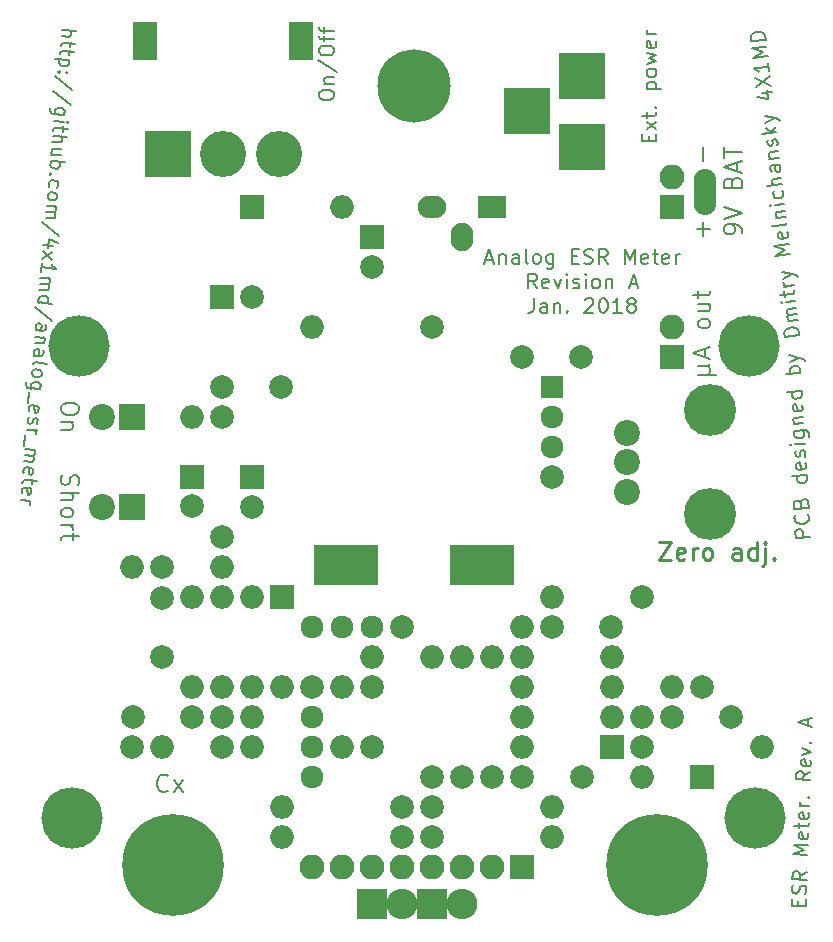
<source format=gbr>
G04 #@! TF.FileFunction,Soldermask,Top*
%FSLAX46Y46*%
G04 Gerber Fmt 4.6, Leading zero omitted, Abs format (unit mm)*
G04 Created by KiCad (PCBNEW 4.0.7-e2-6376~58~ubuntu16.04.1) date Mon Jan 29 21:47:02 2018*
%MOMM*%
%LPD*%
G01*
G04 APERTURE LIST*
%ADD10C,0.100000*%
%ADD11C,0.200000*%
%ADD12C,0.250000*%
%ADD13C,2.000000*%
%ADD14O,2.000000X2.000000*%
%ADD15C,1.924000*%
%ADD16C,5.200000*%
%ADD17C,2.200000*%
%ADD18O,4.400000X4.400000*%
%ADD19R,2.000000X2.000000*%
%ADD20R,2.100000X2.100000*%
%ADD21O,2.100000X2.100000*%
%ADD22O,1.900000X2.400000*%
%ADD23R,2.400000X1.900000*%
%ADD24O,2.400000X1.900000*%
%ADD25C,1.920000*%
%ADD26R,1.920000X1.920000*%
%ADD27C,6.200000*%
%ADD28C,8.600000*%
%ADD29R,2.000000X3.250000*%
%ADD30R,3.900000X3.900000*%
%ADD31C,3.900000*%
%ADD32R,2.200000X2.200000*%
%ADD33R,5.400000X3.400000*%
%ADD34R,2.600000X2.600000*%
%ADD35O,2.600000X2.600000*%
%ADD36O,1.900000X3.900000*%
G04 APERTURE END LIST*
D10*
D11*
X123607304Y-48551869D02*
X124802737Y-48656456D01*
X123562481Y-49064198D02*
X124188660Y-49118982D01*
X124307491Y-49072017D01*
X124374378Y-48963146D01*
X124389318Y-48792371D01*
X124342354Y-48673539D01*
X124290408Y-48611633D01*
X124324574Y-49532401D02*
X124284732Y-49987804D01*
X124708111Y-49738039D02*
X123683453Y-49648393D01*
X123564623Y-49695358D01*
X123497737Y-49804229D01*
X123487776Y-49918080D01*
X124264810Y-50215505D02*
X124224968Y-50670909D01*
X124648347Y-50421143D02*
X123623689Y-50331497D01*
X123504859Y-50378462D01*
X123437973Y-50487333D01*
X123428012Y-50601184D01*
X124190105Y-51069386D02*
X122994672Y-50964799D01*
X124133180Y-51064405D02*
X124180145Y-51183237D01*
X124160224Y-51410938D01*
X124093337Y-51519809D01*
X124031431Y-51571754D01*
X123912600Y-51618719D01*
X123571048Y-51588837D01*
X123462178Y-51521951D01*
X123410233Y-51460045D01*
X123363268Y-51341214D01*
X123383189Y-51113512D01*
X123450075Y-51004642D01*
X123412375Y-52091204D02*
X123350469Y-52143150D01*
X123298524Y-52081244D01*
X123360429Y-52029299D01*
X123412375Y-52091204D01*
X123298524Y-52081244D01*
X124038554Y-52145988D02*
X123976648Y-52197933D01*
X123924703Y-52136027D01*
X123986609Y-52084082D01*
X124038554Y-52145988D01*
X123924703Y-52136027D01*
X124426374Y-53613947D02*
X122979034Y-52454821D01*
X124316807Y-54866306D02*
X122869467Y-53707180D01*
X123781719Y-55737270D02*
X122813986Y-55652605D01*
X122705116Y-55585718D01*
X122653171Y-55523813D01*
X122606206Y-55404982D01*
X122621147Y-55234205D01*
X122688033Y-55125335D01*
X123041688Y-55672526D02*
X122994723Y-55553695D01*
X123014645Y-55325993D01*
X123081531Y-55217123D01*
X123143437Y-55165177D01*
X123262267Y-55118212D01*
X123603820Y-55148094D01*
X123712690Y-55214981D01*
X123764636Y-55276886D01*
X123811600Y-55395718D01*
X123791679Y-55623419D01*
X123724793Y-55732290D01*
X122934960Y-56236799D02*
X123731915Y-56306524D01*
X124130393Y-56341386D02*
X124078448Y-56279480D01*
X124016542Y-56331425D01*
X124068487Y-56393331D01*
X124130393Y-56341386D01*
X124016542Y-56331425D01*
X123697053Y-56705003D02*
X123657210Y-57160406D01*
X124080590Y-56910641D02*
X123055932Y-56820995D01*
X122937101Y-56867960D01*
X122870215Y-56976830D01*
X122860254Y-57090681D01*
X122825392Y-57489158D02*
X124020826Y-57593745D01*
X122780569Y-58001487D02*
X123406748Y-58056271D01*
X123525580Y-58009306D01*
X123592466Y-57900435D01*
X123607407Y-57729660D01*
X123560442Y-57610828D01*
X123508497Y-57548922D01*
X123482899Y-59152794D02*
X122685943Y-59083070D01*
X123527722Y-58640466D02*
X122901542Y-58585682D01*
X122782711Y-58632647D01*
X122715825Y-58741518D01*
X122700884Y-58912293D01*
X122747849Y-59031125D01*
X122799794Y-59093031D01*
X122636140Y-59652323D02*
X123831574Y-59756910D01*
X123376170Y-59717068D02*
X123423135Y-59835899D01*
X123403214Y-60063600D01*
X123336327Y-60172471D01*
X123274422Y-60224416D01*
X123155590Y-60271381D01*
X122814038Y-60241499D01*
X122705168Y-60174613D01*
X122653223Y-60112707D01*
X122606258Y-59993876D01*
X122626179Y-59766175D01*
X122693065Y-59657304D01*
X122655365Y-60743867D02*
X122593459Y-60795812D01*
X122541514Y-60733906D01*
X122603420Y-60681961D01*
X122655365Y-60743867D01*
X122541514Y-60733906D01*
X122503813Y-61820470D02*
X122456848Y-61701638D01*
X122476769Y-61473937D01*
X122543656Y-61365066D01*
X122605561Y-61313121D01*
X122724392Y-61266156D01*
X123065944Y-61296038D01*
X123174815Y-61362924D01*
X123226760Y-61424830D01*
X123273725Y-61543662D01*
X123253804Y-61771363D01*
X123186918Y-61880234D01*
X122387123Y-62498594D02*
X122454010Y-62389723D01*
X122515916Y-62337778D01*
X122634746Y-62290813D01*
X122976298Y-62320695D01*
X123085169Y-62387581D01*
X123137114Y-62449487D01*
X123184079Y-62568319D01*
X123169138Y-62739094D01*
X123102252Y-62847965D01*
X123040346Y-62899910D01*
X122921515Y-62946875D01*
X122579962Y-62916993D01*
X122471093Y-62850107D01*
X122419147Y-62788201D01*
X122372183Y-62669370D01*
X122387123Y-62498594D01*
X122307438Y-63409400D02*
X123104394Y-63479125D01*
X122990543Y-63469164D02*
X123042488Y-63531070D01*
X123089453Y-63649901D01*
X123074512Y-63820677D01*
X123007626Y-63929548D01*
X122888794Y-63976513D01*
X122262615Y-63921729D01*
X122888794Y-63976513D02*
X122997665Y-64043399D01*
X123044630Y-64162230D01*
X123029689Y-64333006D01*
X122962803Y-64441877D01*
X122843971Y-64488842D01*
X122217792Y-64434058D01*
X123345643Y-65966760D02*
X121898303Y-64807634D01*
X122810555Y-66837724D02*
X122013599Y-66768000D01*
X123290860Y-66592940D02*
X122461880Y-66233607D01*
X122397136Y-66973639D01*
X121968776Y-67280329D02*
X122710948Y-67976232D01*
X122765732Y-67350053D02*
X121913992Y-67906508D01*
X121819366Y-68988091D02*
X121879130Y-68304986D01*
X121849248Y-68646539D02*
X123044682Y-68751126D01*
X122883866Y-68622334D01*
X122779976Y-68498522D01*
X122733011Y-68379691D01*
X121774543Y-69500419D02*
X122571499Y-69570144D01*
X122457648Y-69560183D02*
X122509593Y-69622089D01*
X122556558Y-69740921D01*
X122541617Y-69911696D01*
X122474731Y-70020567D01*
X122355899Y-70067532D01*
X121729720Y-70012748D01*
X122355899Y-70067532D02*
X122464770Y-70134418D01*
X122511735Y-70253250D01*
X122496794Y-70424025D01*
X122429908Y-70532896D01*
X122311076Y-70579861D01*
X121684897Y-70525077D01*
X121590271Y-71606660D02*
X122785705Y-71711247D01*
X121647197Y-71611640D02*
X121600232Y-71492809D01*
X121620153Y-71265107D01*
X121687039Y-71156237D01*
X121748945Y-71104292D01*
X121867775Y-71057327D01*
X122209328Y-71087209D01*
X122318199Y-71154095D01*
X122370144Y-71216001D01*
X122417109Y-71334832D01*
X122397187Y-71562533D01*
X122330301Y-71671404D01*
X122718122Y-73139362D02*
X121270782Y-71980236D01*
X121386078Y-73940602D02*
X122012257Y-73995385D01*
X122131088Y-73948420D01*
X122197974Y-73839549D01*
X122217896Y-73611848D01*
X122170931Y-73493017D01*
X121443003Y-73945582D02*
X121396038Y-73826750D01*
X121420940Y-73542124D01*
X121487826Y-73433253D01*
X121606656Y-73386288D01*
X121720508Y-73396249D01*
X121829378Y-73463135D01*
X121876343Y-73581966D01*
X121851442Y-73866593D01*
X121898406Y-73985425D01*
X122133230Y-74579580D02*
X121336274Y-74509855D01*
X122019379Y-74569619D02*
X122071324Y-74631525D01*
X122118289Y-74750356D01*
X122103348Y-74921132D01*
X122036462Y-75030003D01*
X121917630Y-75076968D01*
X121291451Y-75022184D01*
X121196825Y-76103767D02*
X121823004Y-76158550D01*
X121941836Y-76111585D01*
X122008722Y-76002715D01*
X122028643Y-75775013D01*
X121981678Y-75656182D01*
X121253751Y-76108747D02*
X121206786Y-75989915D01*
X121231687Y-75705289D01*
X121298574Y-75596418D01*
X121417404Y-75549453D01*
X121531255Y-75559414D01*
X121640126Y-75626300D01*
X121687091Y-75745131D01*
X121662189Y-76029758D01*
X121709154Y-76148590D01*
X121132081Y-76843797D02*
X121198967Y-76734926D01*
X121317798Y-76687961D01*
X122342455Y-76777607D01*
X121077297Y-77469976D02*
X121144183Y-77361105D01*
X121206089Y-77309160D01*
X121324920Y-77262195D01*
X121666472Y-77292077D01*
X121775343Y-77358963D01*
X121827288Y-77420869D01*
X121874253Y-77539700D01*
X121859312Y-77710476D01*
X121792426Y-77819347D01*
X121730520Y-77871292D01*
X121611689Y-77918257D01*
X121270136Y-77888375D01*
X121161266Y-77821489D01*
X121109321Y-77759583D01*
X121062356Y-77640752D01*
X121077297Y-77469976D01*
X121749745Y-78962835D02*
X120782012Y-78878170D01*
X120673143Y-78811284D01*
X120621197Y-78749378D01*
X120574232Y-78630547D01*
X120589174Y-78459771D01*
X120656060Y-78350900D01*
X121009715Y-78898091D02*
X120962750Y-78779260D01*
X120982671Y-78551558D01*
X121049557Y-78442688D01*
X121111463Y-78390742D01*
X121230294Y-78343777D01*
X121571846Y-78373659D01*
X121680717Y-78440546D01*
X121732662Y-78502452D01*
X121779627Y-78621283D01*
X121759706Y-78848984D01*
X121692819Y-78957855D01*
X120814036Y-79167777D02*
X120734351Y-80078584D01*
X120840384Y-80833555D02*
X120793419Y-80714723D01*
X120813340Y-80487022D01*
X120880226Y-80378152D01*
X120999057Y-80331187D01*
X121454460Y-80371029D01*
X121563331Y-80437915D01*
X121610296Y-80556747D01*
X121590374Y-80784448D01*
X121523488Y-80893319D01*
X121404657Y-80940284D01*
X121290807Y-80930323D01*
X121226759Y-80351108D01*
X120795561Y-81345883D02*
X120728674Y-81454754D01*
X120708753Y-81682456D01*
X120755718Y-81801286D01*
X120864588Y-81868173D01*
X120921513Y-81873153D01*
X121040345Y-81826188D01*
X121107231Y-81717318D01*
X121122172Y-81546542D01*
X121189058Y-81437671D01*
X121307889Y-81390706D01*
X121364814Y-81395686D01*
X121473685Y-81462572D01*
X121520650Y-81581404D01*
X121505709Y-81752181D01*
X121438823Y-81861050D01*
X120648989Y-82365561D02*
X121445945Y-82435285D01*
X121218243Y-82415364D02*
X121327113Y-82482250D01*
X121379059Y-82544156D01*
X121426024Y-82662987D01*
X121416063Y-82776837D01*
X120495295Y-82811003D02*
X120415610Y-83721810D01*
X120504560Y-84016398D02*
X121301515Y-84086122D01*
X121187664Y-84076162D02*
X121239609Y-84138067D01*
X121286574Y-84256899D01*
X121271633Y-84427675D01*
X121204747Y-84536545D01*
X121085916Y-84583510D01*
X120459737Y-84528727D01*
X121085916Y-84583510D02*
X121194786Y-84650396D01*
X121241751Y-84769228D01*
X121226810Y-84940004D01*
X121159924Y-85048874D01*
X121041093Y-85095839D01*
X120414914Y-85041056D01*
X120382193Y-86070693D02*
X120335228Y-85951861D01*
X120355150Y-85724160D01*
X120422036Y-85615289D01*
X120540866Y-85568325D01*
X120996270Y-85608167D01*
X121105141Y-85675053D01*
X121152105Y-85793885D01*
X121132184Y-86021586D01*
X121065298Y-86130457D01*
X120946467Y-86177422D01*
X120832616Y-86167461D01*
X120768569Y-85588246D01*
X121087361Y-86533915D02*
X121047519Y-86989318D01*
X121470898Y-86739553D02*
X120446240Y-86649907D01*
X120327410Y-86696872D01*
X120260523Y-86805743D01*
X120250563Y-86919594D01*
X120232784Y-87778455D02*
X120185819Y-87659623D01*
X120205740Y-87431922D01*
X120272626Y-87323051D01*
X120391457Y-87276086D01*
X120846860Y-87315929D01*
X120955731Y-87382815D01*
X121002696Y-87501646D01*
X120982774Y-87729348D01*
X120915888Y-87838218D01*
X120797057Y-87885183D01*
X120683207Y-87875223D01*
X120619159Y-87296008D01*
X120126055Y-88342728D02*
X120923010Y-88412452D01*
X120695308Y-88392531D02*
X120804179Y-88459417D01*
X120856124Y-88521323D01*
X120903089Y-88640155D01*
X120893129Y-88754005D01*
X186963004Y-91479434D02*
X185715335Y-91555745D01*
X185686264Y-91080442D01*
X185738410Y-90957983D01*
X185794189Y-90894936D01*
X185909380Y-90828256D01*
X186087619Y-90817354D01*
X186210078Y-90869499D01*
X186273125Y-90925278D01*
X186339805Y-91040470D01*
X186368876Y-91515772D01*
X186724262Y-89526079D02*
X186787308Y-89581859D01*
X186857622Y-89756463D01*
X186864890Y-89875289D01*
X186816379Y-90057161D01*
X186704821Y-90183254D01*
X186589629Y-90249935D01*
X186355612Y-90323883D01*
X186177373Y-90334785D01*
X185936088Y-90289907D01*
X185813630Y-90237762D01*
X185687536Y-90126204D01*
X185617222Y-89951599D01*
X185609954Y-89832773D01*
X185658465Y-89650902D01*
X185714244Y-89587855D01*
X186131405Y-88608179D02*
X186179916Y-88426308D01*
X186235695Y-88363261D01*
X186350887Y-88296580D01*
X186529125Y-88285679D01*
X186651585Y-88337824D01*
X186714631Y-88393603D01*
X186781312Y-88508794D01*
X186810382Y-88984097D01*
X185562714Y-89060408D01*
X185537277Y-88644518D01*
X185589422Y-88522059D01*
X185645201Y-88459012D01*
X185760393Y-88392332D01*
X185879218Y-88385064D01*
X186001678Y-88437209D01*
X186064724Y-88492988D01*
X186131405Y-88608179D01*
X186156842Y-89024069D01*
X186643226Y-86251109D02*
X185395557Y-86327420D01*
X186583813Y-86254743D02*
X186650493Y-86369934D01*
X186665029Y-86607586D01*
X186612883Y-86730045D01*
X186557105Y-86793091D01*
X186441913Y-86859772D01*
X186085436Y-86881575D01*
X185962977Y-86829430D01*
X185899931Y-86773651D01*
X185833250Y-86658460D01*
X185818715Y-86420808D01*
X185870860Y-86298349D01*
X186518404Y-85185312D02*
X186585084Y-85300504D01*
X186599620Y-85538155D01*
X186547474Y-85660615D01*
X186432283Y-85727296D01*
X185956980Y-85756367D01*
X185834522Y-85704221D01*
X185767841Y-85589029D01*
X185753306Y-85351378D01*
X185805451Y-85228918D01*
X185920642Y-85162239D01*
X186039468Y-85154971D01*
X186194632Y-85741831D01*
X186485699Y-84650598D02*
X186537844Y-84528138D01*
X186523309Y-84290487D01*
X186456628Y-84175295D01*
X186334169Y-84123149D01*
X186274756Y-84126783D01*
X186159564Y-84193464D01*
X186107420Y-84315924D01*
X186118322Y-84494162D01*
X186066176Y-84616621D01*
X185950984Y-84683302D01*
X185891571Y-84686936D01*
X185769112Y-84634791D01*
X185702432Y-84519599D01*
X185691530Y-84341361D01*
X185743676Y-84218901D01*
X186479703Y-83577533D02*
X185647924Y-83628407D01*
X185232034Y-83653844D02*
X185295081Y-83709623D01*
X185350860Y-83646576D01*
X185287813Y-83590797D01*
X185232034Y-83653844D01*
X185350860Y-83646576D01*
X185578881Y-82499564D02*
X186588899Y-82437789D01*
X186711357Y-82489933D01*
X186774404Y-82545712D01*
X186841085Y-82660905D01*
X186851987Y-82839142D01*
X186799841Y-82961602D01*
X186351247Y-82452324D02*
X186417927Y-82567516D01*
X186432463Y-82805167D01*
X186380318Y-82927626D01*
X186324539Y-82990673D01*
X186209347Y-83057354D01*
X185852870Y-83079157D01*
X185730411Y-83027011D01*
X185667365Y-82971232D01*
X185600684Y-82856041D01*
X185586149Y-82618389D01*
X185638294Y-82495930D01*
X185542543Y-81905437D02*
X186374321Y-81854563D01*
X185661368Y-81898169D02*
X185598322Y-81842390D01*
X185531641Y-81727199D01*
X185520740Y-81548960D01*
X185572885Y-81426500D01*
X185688076Y-81359820D01*
X186341617Y-81319848D01*
X186216795Y-80254051D02*
X186283475Y-80369243D01*
X186298011Y-80606894D01*
X186245865Y-80729354D01*
X186130674Y-80796035D01*
X185655372Y-80825105D01*
X185532913Y-80772960D01*
X185466232Y-80657768D01*
X185451697Y-80420117D01*
X185503842Y-80297657D01*
X185619033Y-80230978D01*
X185737859Y-80223710D01*
X185893023Y-80810570D01*
X186207165Y-79121575D02*
X184959496Y-79197886D01*
X186147752Y-79125209D02*
X186214432Y-79240400D01*
X186228968Y-79478052D01*
X186176822Y-79600511D01*
X186121044Y-79663557D01*
X186005852Y-79730238D01*
X185649375Y-79752041D01*
X185526916Y-79699896D01*
X185463870Y-79644117D01*
X185397189Y-79528926D01*
X185382654Y-79291274D01*
X185434799Y-79168815D01*
X186112685Y-77576843D02*
X184865016Y-77653153D01*
X185340319Y-77624082D02*
X185273638Y-77508890D01*
X185259103Y-77271239D01*
X185311248Y-77148780D01*
X185367027Y-77085734D01*
X185482219Y-77019053D01*
X185838696Y-76997250D01*
X185961155Y-77049395D01*
X186024201Y-77105174D01*
X186090882Y-77220366D01*
X186105417Y-77458017D01*
X186053272Y-77580476D01*
X185219131Y-76617700D02*
X186032740Y-76269762D01*
X185182792Y-76023571D02*
X186032740Y-76269762D01*
X186337072Y-76370418D01*
X186400119Y-76426197D01*
X186466799Y-76541389D01*
X186024049Y-74364622D02*
X184782084Y-74506126D01*
X184748393Y-74210420D01*
X184787319Y-74026258D01*
X184892126Y-73894499D01*
X185003669Y-73821882D01*
X185233495Y-73735787D01*
X185410919Y-73715572D01*
X185654222Y-73747760D01*
X185779243Y-73793425D01*
X185911001Y-73898230D01*
X185990358Y-74068916D01*
X186024049Y-74364622D01*
X185882545Y-73122657D02*
X185054569Y-73216993D01*
X185172851Y-73203517D02*
X185106972Y-73151114D01*
X185034354Y-73039570D01*
X185014139Y-72862146D01*
X185059804Y-72737125D01*
X185171347Y-72664508D01*
X185821901Y-72590387D01*
X185171347Y-72664508D02*
X185046327Y-72618843D01*
X184973709Y-72507299D01*
X184953495Y-72329876D01*
X184999159Y-72204855D01*
X185110703Y-72132237D01*
X185761256Y-72058116D01*
X185693873Y-71466704D02*
X184865897Y-71561040D01*
X184451908Y-71608208D02*
X184517788Y-71660611D01*
X184570191Y-71594731D01*
X184504311Y-71542328D01*
X184451908Y-71608208D01*
X184570191Y-71594731D01*
X184818729Y-71147051D02*
X184764823Y-70673922D01*
X184384525Y-71016796D02*
X185449067Y-70895507D01*
X185560611Y-70822889D01*
X185606275Y-70697869D01*
X185592799Y-70579586D01*
X185545631Y-70165598D02*
X184717655Y-70259934D01*
X184954219Y-70232981D02*
X184829198Y-70187316D01*
X184763319Y-70134913D01*
X184690701Y-70023369D01*
X184677225Y-69905086D01*
X184643533Y-69609381D02*
X185437818Y-69219339D01*
X184576150Y-69017968D02*
X185437818Y-69219339D01*
X185747001Y-69303929D01*
X185812880Y-69356332D01*
X185885498Y-69467877D01*
X185242408Y-67504244D02*
X184000443Y-67645748D01*
X184840393Y-67130685D01*
X183906107Y-66817772D01*
X185148072Y-66676268D01*
X184967641Y-65618464D02*
X185040259Y-65730009D01*
X185067212Y-65966573D01*
X185021548Y-66091594D01*
X184910004Y-66164212D01*
X184436874Y-66218119D01*
X184311854Y-66172454D01*
X184239236Y-66060909D01*
X184212283Y-65824345D01*
X184257948Y-65699324D01*
X184369491Y-65626707D01*
X184487774Y-65613230D01*
X184673440Y-66191165D01*
X184939185Y-64842891D02*
X184893520Y-64967911D01*
X184781977Y-65040529D01*
X183717435Y-65161818D01*
X184057302Y-64464097D02*
X184885279Y-64369761D01*
X184175584Y-64450621D02*
X184109705Y-64398217D01*
X184037088Y-64286674D01*
X184016873Y-64109250D01*
X184062537Y-63984229D01*
X184174081Y-63911612D01*
X184824634Y-63837491D01*
X184757251Y-63246079D02*
X183929275Y-63340415D01*
X183515286Y-63387583D02*
X183581166Y-63439986D01*
X183633569Y-63374107D01*
X183567689Y-63321703D01*
X183515286Y-63387583D01*
X183633569Y-63374107D01*
X184570082Y-62129135D02*
X184642700Y-62240679D01*
X184669654Y-62477244D01*
X184623989Y-62602264D01*
X184571587Y-62668144D01*
X184460042Y-62740762D01*
X184105195Y-62781192D01*
X183980174Y-62735527D01*
X183914295Y-62683124D01*
X183841677Y-62571580D01*
X183814724Y-62335015D01*
X183860389Y-62209995D01*
X184568579Y-61590126D02*
X183326614Y-61731630D01*
X184507935Y-61057855D02*
X183857381Y-61131976D01*
X183745838Y-61204593D01*
X183700173Y-61329614D01*
X183720388Y-61507039D01*
X183793006Y-61618582D01*
X183858885Y-61670985D01*
X184379907Y-59934173D02*
X183729354Y-60008294D01*
X183617811Y-60080911D01*
X183572146Y-60205932D01*
X183599099Y-60442497D01*
X183671717Y-60554041D01*
X184320766Y-59940912D02*
X184393384Y-60052455D01*
X184427075Y-60348161D01*
X184381410Y-60473182D01*
X184269867Y-60545800D01*
X184151584Y-60559276D01*
X184026564Y-60513612D01*
X183953946Y-60402067D01*
X183920255Y-60106361D01*
X183847637Y-59994818D01*
X183484548Y-59437098D02*
X184312524Y-59342762D01*
X183602830Y-59423621D02*
X183536951Y-59371218D01*
X183464333Y-59259674D01*
X183444118Y-59082250D01*
X183489783Y-58957229D01*
X183601327Y-58884612D01*
X184251880Y-58810491D01*
X184132094Y-58284959D02*
X184177759Y-58159938D01*
X184150805Y-57923374D01*
X184078188Y-57811829D01*
X183953167Y-57766164D01*
X183894026Y-57772903D01*
X183782482Y-57845521D01*
X183736818Y-57970542D01*
X183757033Y-58147965D01*
X183711368Y-58272986D01*
X183599824Y-58345604D01*
X183540682Y-58352342D01*
X183415662Y-58306677D01*
X183343044Y-58195133D01*
X183322829Y-58017710D01*
X183368494Y-57892689D01*
X184069946Y-57213679D02*
X182827981Y-57355183D01*
X183583340Y-57149303D02*
X184016040Y-56740549D01*
X183188063Y-56834885D02*
X183715099Y-57254109D01*
X183140896Y-56420898D02*
X183935180Y-56030856D01*
X183073513Y-55829485D02*
X183935180Y-56030856D01*
X184244363Y-56115446D01*
X184310242Y-56167849D01*
X184382860Y-56279393D01*
X182851149Y-53877826D02*
X183679125Y-53783491D01*
X182411711Y-54227439D02*
X183332521Y-54422070D01*
X183244923Y-53653234D01*
X182376516Y-53392724D02*
X183524145Y-52423243D01*
X182282180Y-52564747D02*
X183618481Y-53251220D01*
X183396117Y-51299561D02*
X183476977Y-52009255D01*
X183436547Y-51654408D02*
X182194582Y-51795912D01*
X182385483Y-51893980D01*
X182517241Y-51998785D01*
X182589859Y-52110330D01*
X183335473Y-50767291D02*
X182093508Y-50908795D01*
X182933458Y-50393732D01*
X181999172Y-50080818D01*
X183241137Y-49939314D01*
X183173754Y-49347903D02*
X181931789Y-49489407D01*
X181898098Y-49193701D01*
X181937024Y-49009538D01*
X182041830Y-48877780D01*
X182153374Y-48805162D01*
X182383200Y-48719068D01*
X182560624Y-48698853D01*
X182803927Y-48731041D01*
X182928948Y-48776706D01*
X183060706Y-48881511D01*
X183140063Y-49052197D01*
X183173754Y-49347903D01*
X185932891Y-122685919D02*
X185946851Y-122286163D01*
X186581021Y-122136775D02*
X186561079Y-122707856D01*
X185361810Y-122665976D01*
X185381752Y-122094895D01*
X186539867Y-121677917D02*
X186602958Y-121508587D01*
X186612930Y-121223047D01*
X186559810Y-121106836D01*
X186504696Y-121047734D01*
X186392475Y-120986637D01*
X186278258Y-120982648D01*
X186162048Y-121035768D01*
X186102945Y-121090882D01*
X186041850Y-121203104D01*
X185976764Y-121429542D01*
X185915668Y-121541764D01*
X185856565Y-121596878D01*
X185740355Y-121649997D01*
X185626139Y-121646009D01*
X185513917Y-121584912D01*
X185458803Y-121525810D01*
X185405684Y-121409599D01*
X185415655Y-121124059D01*
X185478746Y-120954729D01*
X186662786Y-119795345D02*
X186077746Y-120175159D01*
X186638855Y-120480642D02*
X185439586Y-120438763D01*
X185455540Y-119981898D01*
X185516637Y-119869676D01*
X185575739Y-119814562D01*
X185691950Y-119761443D01*
X185863273Y-119767425D01*
X185975495Y-119828522D01*
X186030609Y-119887625D01*
X186083729Y-120003835D01*
X186067775Y-120460700D01*
X186712642Y-118367644D02*
X185513373Y-118325765D01*
X186383954Y-117955922D01*
X185541293Y-117526252D01*
X186740562Y-117568132D01*
X186719350Y-116538192D02*
X186772470Y-116654403D01*
X186764493Y-116882834D01*
X186703396Y-116995056D01*
X186587187Y-117048176D01*
X186130322Y-117032222D01*
X186018100Y-116971125D01*
X185964980Y-116854915D01*
X185972957Y-116626483D01*
X186034054Y-116514261D01*
X186150265Y-116461141D01*
X186264480Y-116465130D01*
X186358754Y-117040199D01*
X185990906Y-116112510D02*
X186006860Y-115655646D01*
X185597132Y-115927227D02*
X186625078Y-115963123D01*
X186741287Y-115910004D01*
X186802384Y-115797782D01*
X186806372Y-115683565D01*
X186779178Y-114824951D02*
X186832298Y-114941162D01*
X186824321Y-115169594D01*
X186763224Y-115281816D01*
X186647014Y-115334935D01*
X186190150Y-115318981D01*
X186077928Y-115257885D01*
X186024808Y-115141674D01*
X186032785Y-114913242D01*
X186093882Y-114801020D01*
X186210092Y-114747900D01*
X186324308Y-114751889D01*
X186418582Y-115326958D01*
X186856229Y-114255866D02*
X186056716Y-114227946D01*
X186285149Y-114235923D02*
X186172927Y-114174826D01*
X186117813Y-114115724D01*
X186064693Y-113999513D01*
X186068682Y-113885298D01*
X186767938Y-113509473D02*
X186827040Y-113454359D01*
X186882154Y-113513461D01*
X186823052Y-113568575D01*
X186767938Y-113509473D01*
X186882154Y-113513461D01*
X186957936Y-111343354D02*
X186372896Y-111723168D01*
X186934005Y-112028651D02*
X185734736Y-111986772D01*
X185750690Y-111529907D01*
X185811787Y-111417685D01*
X185870889Y-111362571D01*
X185987100Y-111309451D01*
X186158423Y-111315434D01*
X186270645Y-111376531D01*
X186325759Y-111435633D01*
X186378879Y-111551844D01*
X186362925Y-112008709D01*
X186934730Y-110370523D02*
X186987850Y-110486734D01*
X186979873Y-110715166D01*
X186918776Y-110827388D01*
X186802566Y-110880508D01*
X186345702Y-110864554D01*
X186233480Y-110803457D01*
X186180360Y-110687246D01*
X186188337Y-110458814D01*
X186249434Y-110346592D01*
X186365645Y-110293473D01*
X186479860Y-110297461D01*
X186574134Y-110872531D01*
X186208280Y-109887733D02*
X187017764Y-109630113D01*
X186228222Y-109316654D01*
X186929473Y-108883720D02*
X186988575Y-108828606D01*
X187043689Y-108887709D01*
X186984587Y-108942823D01*
X186929473Y-108883720D01*
X187043689Y-108887709D01*
X186750897Y-107448041D02*
X186770840Y-106876960D01*
X187089557Y-107574222D02*
X185904248Y-107132587D01*
X187117477Y-106774710D01*
X132572143Y-112930714D02*
X132500714Y-113002143D01*
X132286428Y-113073571D01*
X132143571Y-113073571D01*
X131929286Y-113002143D01*
X131786428Y-112859286D01*
X131715000Y-112716429D01*
X131643571Y-112430714D01*
X131643571Y-112216429D01*
X131715000Y-111930714D01*
X131786428Y-111787857D01*
X131929286Y-111645000D01*
X132143571Y-111573571D01*
X132286428Y-111573571D01*
X132500714Y-111645000D01*
X132572143Y-111716429D01*
X133072143Y-113073571D02*
X133857857Y-112073571D01*
X133072143Y-112073571D02*
X133857857Y-113073571D01*
X123598857Y-86221429D02*
X123527429Y-86435715D01*
X123527429Y-86792858D01*
X123598857Y-86935715D01*
X123670286Y-87007144D01*
X123813143Y-87078572D01*
X123956000Y-87078572D01*
X124098857Y-87007144D01*
X124170286Y-86935715D01*
X124241714Y-86792858D01*
X124313143Y-86507144D01*
X124384571Y-86364286D01*
X124456000Y-86292858D01*
X124598857Y-86221429D01*
X124741714Y-86221429D01*
X124884571Y-86292858D01*
X124956000Y-86364286D01*
X125027429Y-86507144D01*
X125027429Y-86864286D01*
X124956000Y-87078572D01*
X123527429Y-87721429D02*
X125027429Y-87721429D01*
X123527429Y-88364286D02*
X124313143Y-88364286D01*
X124456000Y-88292857D01*
X124527429Y-88150000D01*
X124527429Y-87935715D01*
X124456000Y-87792857D01*
X124384571Y-87721429D01*
X123527429Y-89292858D02*
X123598857Y-89150000D01*
X123670286Y-89078572D01*
X123813143Y-89007143D01*
X124241714Y-89007143D01*
X124384571Y-89078572D01*
X124456000Y-89150000D01*
X124527429Y-89292858D01*
X124527429Y-89507143D01*
X124456000Y-89650000D01*
X124384571Y-89721429D01*
X124241714Y-89792858D01*
X123813143Y-89792858D01*
X123670286Y-89721429D01*
X123598857Y-89650000D01*
X123527429Y-89507143D01*
X123527429Y-89292858D01*
X123527429Y-90435715D02*
X124527429Y-90435715D01*
X124241714Y-90435715D02*
X124384571Y-90507143D01*
X124456000Y-90578572D01*
X124527429Y-90721429D01*
X124527429Y-90864286D01*
X124527429Y-91150000D02*
X124527429Y-91721429D01*
X125027429Y-91364286D02*
X123741714Y-91364286D01*
X123598857Y-91435714D01*
X123527429Y-91578572D01*
X123527429Y-91721429D01*
X125027429Y-80458571D02*
X125027429Y-80744285D01*
X124956000Y-80887143D01*
X124813143Y-81030000D01*
X124527429Y-81101428D01*
X124027429Y-81101428D01*
X123741714Y-81030000D01*
X123598857Y-80887143D01*
X123527429Y-80744285D01*
X123527429Y-80458571D01*
X123598857Y-80315714D01*
X123741714Y-80172857D01*
X124027429Y-80101428D01*
X124527429Y-80101428D01*
X124813143Y-80172857D01*
X124956000Y-80315714D01*
X125027429Y-80458571D01*
X124527429Y-81744286D02*
X123527429Y-81744286D01*
X124384571Y-81744286D02*
X124456000Y-81815714D01*
X124527429Y-81958572D01*
X124527429Y-82172857D01*
X124456000Y-82315714D01*
X124313143Y-82387143D01*
X123527429Y-82387143D01*
X177478571Y-77723571D02*
X178978571Y-77723571D01*
X178264286Y-77009285D02*
X178407143Y-76937857D01*
X178478571Y-76795000D01*
X178264286Y-77723571D02*
X178407143Y-77652143D01*
X178478571Y-77509285D01*
X178478571Y-77223571D01*
X178407143Y-77080714D01*
X178264286Y-77009285D01*
X177478571Y-77009285D01*
X178050000Y-76223571D02*
X178050000Y-75509285D01*
X178478571Y-76366428D02*
X176978571Y-75866428D01*
X178478571Y-75366428D01*
X178478571Y-73509285D02*
X178407143Y-73652143D01*
X178335714Y-73723571D01*
X178192857Y-73795000D01*
X177764286Y-73795000D01*
X177621429Y-73723571D01*
X177550000Y-73652143D01*
X177478571Y-73509285D01*
X177478571Y-73295000D01*
X177550000Y-73152143D01*
X177621429Y-73080714D01*
X177764286Y-73009285D01*
X178192857Y-73009285D01*
X178335714Y-73080714D01*
X178407143Y-73152143D01*
X178478571Y-73295000D01*
X178478571Y-73509285D01*
X177478571Y-71723571D02*
X178478571Y-71723571D01*
X177478571Y-72366428D02*
X178264286Y-72366428D01*
X178407143Y-72295000D01*
X178478571Y-72152142D01*
X178478571Y-71937857D01*
X178407143Y-71795000D01*
X178335714Y-71723571D01*
X177478571Y-71223571D02*
X177478571Y-70652142D01*
X176978571Y-71009285D02*
X178264286Y-71009285D01*
X178407143Y-70937857D01*
X178478571Y-70794999D01*
X178478571Y-70652142D01*
X181145571Y-65694285D02*
X181145571Y-65408570D01*
X181074143Y-65265713D01*
X181002714Y-65194285D01*
X180788429Y-65051427D01*
X180502714Y-64979999D01*
X179931286Y-64979999D01*
X179788429Y-65051427D01*
X179717000Y-65122856D01*
X179645571Y-65265713D01*
X179645571Y-65551427D01*
X179717000Y-65694285D01*
X179788429Y-65765713D01*
X179931286Y-65837142D01*
X180288429Y-65837142D01*
X180431286Y-65765713D01*
X180502714Y-65694285D01*
X180574143Y-65551427D01*
X180574143Y-65265713D01*
X180502714Y-65122856D01*
X180431286Y-65051427D01*
X180288429Y-64979999D01*
X179645571Y-64551428D02*
X181145571Y-64051428D01*
X179645571Y-63551428D01*
X180359857Y-61408571D02*
X180431286Y-61194285D01*
X180502714Y-61122857D01*
X180645571Y-61051428D01*
X180859857Y-61051428D01*
X181002714Y-61122857D01*
X181074143Y-61194285D01*
X181145571Y-61337143D01*
X181145571Y-61908571D01*
X179645571Y-61908571D01*
X179645571Y-61408571D01*
X179717000Y-61265714D01*
X179788429Y-61194285D01*
X179931286Y-61122857D01*
X180074143Y-61122857D01*
X180217000Y-61194285D01*
X180288429Y-61265714D01*
X180359857Y-61408571D01*
X180359857Y-61908571D01*
X180717000Y-60480000D02*
X180717000Y-59765714D01*
X181145571Y-60622857D02*
X179645571Y-60122857D01*
X181145571Y-59622857D01*
X179645571Y-59337143D02*
X179645571Y-58480000D01*
X181145571Y-58908571D02*
X179645571Y-58908571D01*
X177907143Y-59626428D02*
X177907143Y-58483571D01*
X177907143Y-65976428D02*
X177907143Y-64833571D01*
X178478571Y-65405000D02*
X177335714Y-65405000D01*
X173265714Y-57953095D02*
X173265714Y-57536428D01*
X173920476Y-57357857D02*
X173920476Y-57953095D01*
X172670476Y-57953095D01*
X172670476Y-57357857D01*
X173920476Y-56941191D02*
X173087143Y-56286429D01*
X173087143Y-56941191D02*
X173920476Y-56286429D01*
X173087143Y-55988809D02*
X173087143Y-55512619D01*
X172670476Y-55810238D02*
X173741905Y-55810238D01*
X173860952Y-55750714D01*
X173920476Y-55631667D01*
X173920476Y-55512619D01*
X173801429Y-55095952D02*
X173860952Y-55036428D01*
X173920476Y-55095952D01*
X173860952Y-55155476D01*
X173801429Y-55095952D01*
X173920476Y-55095952D01*
X173087143Y-53548333D02*
X174337143Y-53548333D01*
X173146667Y-53548333D02*
X173087143Y-53429285D01*
X173087143Y-53191190D01*
X173146667Y-53072142D01*
X173206190Y-53012619D01*
X173325238Y-52953095D01*
X173682381Y-52953095D01*
X173801429Y-53012619D01*
X173860952Y-53072142D01*
X173920476Y-53191190D01*
X173920476Y-53429285D01*
X173860952Y-53548333D01*
X173920476Y-52238810D02*
X173860952Y-52357857D01*
X173801429Y-52417381D01*
X173682381Y-52476905D01*
X173325238Y-52476905D01*
X173206190Y-52417381D01*
X173146667Y-52357857D01*
X173087143Y-52238810D01*
X173087143Y-52060238D01*
X173146667Y-51941190D01*
X173206190Y-51881667D01*
X173325238Y-51822143D01*
X173682381Y-51822143D01*
X173801429Y-51881667D01*
X173860952Y-51941190D01*
X173920476Y-52060238D01*
X173920476Y-52238810D01*
X173087143Y-51405477D02*
X173920476Y-51167381D01*
X173325238Y-50929286D01*
X173920476Y-50691191D01*
X173087143Y-50453096D01*
X173860952Y-49500714D02*
X173920476Y-49619762D01*
X173920476Y-49857857D01*
X173860952Y-49976905D01*
X173741905Y-50036429D01*
X173265714Y-50036429D01*
X173146667Y-49976905D01*
X173087143Y-49857857D01*
X173087143Y-49619762D01*
X173146667Y-49500714D01*
X173265714Y-49441191D01*
X173384762Y-49441191D01*
X173503810Y-50036429D01*
X173920476Y-48905476D02*
X173087143Y-48905476D01*
X173325238Y-48905476D02*
X173206190Y-48845952D01*
X173146667Y-48786428D01*
X173087143Y-48667381D01*
X173087143Y-48548333D01*
X145365476Y-54143334D02*
X145365476Y-53905238D01*
X145425000Y-53786191D01*
X145544048Y-53667143D01*
X145782143Y-53607619D01*
X146198810Y-53607619D01*
X146436905Y-53667143D01*
X146555952Y-53786191D01*
X146615476Y-53905238D01*
X146615476Y-54143334D01*
X146555952Y-54262381D01*
X146436905Y-54381429D01*
X146198810Y-54440953D01*
X145782143Y-54440953D01*
X145544048Y-54381429D01*
X145425000Y-54262381D01*
X145365476Y-54143334D01*
X145782143Y-53071905D02*
X146615476Y-53071905D01*
X145901190Y-53071905D02*
X145841667Y-53012381D01*
X145782143Y-52893334D01*
X145782143Y-52714762D01*
X145841667Y-52595714D01*
X145960714Y-52536191D01*
X146615476Y-52536191D01*
X145305952Y-51048096D02*
X146913095Y-52119524D01*
X145365476Y-50393334D02*
X145365476Y-50155238D01*
X145425000Y-50036191D01*
X145544048Y-49917143D01*
X145782143Y-49857619D01*
X146198810Y-49857619D01*
X146436905Y-49917143D01*
X146555952Y-50036191D01*
X146615476Y-50155238D01*
X146615476Y-50393334D01*
X146555952Y-50512381D01*
X146436905Y-50631429D01*
X146198810Y-50690953D01*
X145782143Y-50690953D01*
X145544048Y-50631429D01*
X145425000Y-50512381D01*
X145365476Y-50393334D01*
X145782143Y-49500476D02*
X145782143Y-49024286D01*
X146615476Y-49321905D02*
X145544048Y-49321905D01*
X145425000Y-49262381D01*
X145365476Y-49143334D01*
X145365476Y-49024286D01*
X145782143Y-48786190D02*
X145782143Y-48310000D01*
X146615476Y-48607619D02*
X145544048Y-48607619D01*
X145425000Y-48548095D01*
X145365476Y-48429048D01*
X145365476Y-48310000D01*
D12*
X174141429Y-91888571D02*
X175141429Y-91888571D01*
X174141429Y-93388571D01*
X175141429Y-93388571D01*
X176284285Y-93317143D02*
X176141428Y-93388571D01*
X175855714Y-93388571D01*
X175712857Y-93317143D01*
X175641428Y-93174286D01*
X175641428Y-92602857D01*
X175712857Y-92460000D01*
X175855714Y-92388571D01*
X176141428Y-92388571D01*
X176284285Y-92460000D01*
X176355714Y-92602857D01*
X176355714Y-92745714D01*
X175641428Y-92888571D01*
X176998571Y-93388571D02*
X176998571Y-92388571D01*
X176998571Y-92674286D02*
X177069999Y-92531429D01*
X177141428Y-92460000D01*
X177284285Y-92388571D01*
X177427142Y-92388571D01*
X178141428Y-93388571D02*
X177998570Y-93317143D01*
X177927142Y-93245714D01*
X177855713Y-93102857D01*
X177855713Y-92674286D01*
X177927142Y-92531429D01*
X177998570Y-92460000D01*
X178141428Y-92388571D01*
X178355713Y-92388571D01*
X178498570Y-92460000D01*
X178569999Y-92531429D01*
X178641428Y-92674286D01*
X178641428Y-93102857D01*
X178569999Y-93245714D01*
X178498570Y-93317143D01*
X178355713Y-93388571D01*
X178141428Y-93388571D01*
X181069999Y-93388571D02*
X181069999Y-92602857D01*
X180998570Y-92460000D01*
X180855713Y-92388571D01*
X180569999Y-92388571D01*
X180427142Y-92460000D01*
X181069999Y-93317143D02*
X180927142Y-93388571D01*
X180569999Y-93388571D01*
X180427142Y-93317143D01*
X180355713Y-93174286D01*
X180355713Y-93031429D01*
X180427142Y-92888571D01*
X180569999Y-92817143D01*
X180927142Y-92817143D01*
X181069999Y-92745714D01*
X182427142Y-93388571D02*
X182427142Y-91888571D01*
X182427142Y-93317143D02*
X182284285Y-93388571D01*
X181998571Y-93388571D01*
X181855713Y-93317143D01*
X181784285Y-93245714D01*
X181712856Y-93102857D01*
X181712856Y-92674286D01*
X181784285Y-92531429D01*
X181855713Y-92460000D01*
X181998571Y-92388571D01*
X182284285Y-92388571D01*
X182427142Y-92460000D01*
X183141428Y-92388571D02*
X183141428Y-93674286D01*
X183069999Y-93817143D01*
X182927142Y-93888571D01*
X182855714Y-93888571D01*
X183141428Y-91888571D02*
X183069999Y-91960000D01*
X183141428Y-92031429D01*
X183212856Y-91960000D01*
X183141428Y-91888571D01*
X183141428Y-92031429D01*
X183855714Y-93245714D02*
X183927142Y-93317143D01*
X183855714Y-93388571D01*
X183784285Y-93317143D01*
X183855714Y-93245714D01*
X183855714Y-93388571D01*
D11*
X159485238Y-67983333D02*
X160080476Y-67983333D01*
X159366191Y-68340476D02*
X159782857Y-67090476D01*
X160199524Y-68340476D01*
X160616191Y-67507143D02*
X160616191Y-68340476D01*
X160616191Y-67626190D02*
X160675715Y-67566667D01*
X160794762Y-67507143D01*
X160973334Y-67507143D01*
X161092382Y-67566667D01*
X161151905Y-67685714D01*
X161151905Y-68340476D01*
X162282857Y-68340476D02*
X162282857Y-67685714D01*
X162223334Y-67566667D01*
X162104286Y-67507143D01*
X161866191Y-67507143D01*
X161747143Y-67566667D01*
X162282857Y-68280952D02*
X162163810Y-68340476D01*
X161866191Y-68340476D01*
X161747143Y-68280952D01*
X161687619Y-68161905D01*
X161687619Y-68042857D01*
X161747143Y-67923810D01*
X161866191Y-67864286D01*
X162163810Y-67864286D01*
X162282857Y-67804762D01*
X163056666Y-68340476D02*
X162937619Y-68280952D01*
X162878095Y-68161905D01*
X162878095Y-67090476D01*
X163711428Y-68340476D02*
X163592381Y-68280952D01*
X163532857Y-68221429D01*
X163473333Y-68102381D01*
X163473333Y-67745238D01*
X163532857Y-67626190D01*
X163592381Y-67566667D01*
X163711428Y-67507143D01*
X163890000Y-67507143D01*
X164009048Y-67566667D01*
X164068571Y-67626190D01*
X164128095Y-67745238D01*
X164128095Y-68102381D01*
X164068571Y-68221429D01*
X164009048Y-68280952D01*
X163890000Y-68340476D01*
X163711428Y-68340476D01*
X165199523Y-67507143D02*
X165199523Y-68519048D01*
X165140000Y-68638095D01*
X165080476Y-68697619D01*
X164961428Y-68757143D01*
X164782857Y-68757143D01*
X164663809Y-68697619D01*
X165199523Y-68280952D02*
X165080476Y-68340476D01*
X164842380Y-68340476D01*
X164723333Y-68280952D01*
X164663809Y-68221429D01*
X164604285Y-68102381D01*
X164604285Y-67745238D01*
X164663809Y-67626190D01*
X164723333Y-67566667D01*
X164842380Y-67507143D01*
X165080476Y-67507143D01*
X165199523Y-67566667D01*
X166747142Y-67685714D02*
X167163809Y-67685714D01*
X167342380Y-68340476D02*
X166747142Y-68340476D01*
X166747142Y-67090476D01*
X167342380Y-67090476D01*
X167818570Y-68280952D02*
X167997142Y-68340476D01*
X168294761Y-68340476D01*
X168413808Y-68280952D01*
X168473332Y-68221429D01*
X168532856Y-68102381D01*
X168532856Y-67983333D01*
X168473332Y-67864286D01*
X168413808Y-67804762D01*
X168294761Y-67745238D01*
X168056665Y-67685714D01*
X167937618Y-67626190D01*
X167878094Y-67566667D01*
X167818570Y-67447619D01*
X167818570Y-67328571D01*
X167878094Y-67209524D01*
X167937618Y-67150000D01*
X168056665Y-67090476D01*
X168354285Y-67090476D01*
X168532856Y-67150000D01*
X169782856Y-68340476D02*
X169366189Y-67745238D01*
X169068570Y-68340476D02*
X169068570Y-67090476D01*
X169544761Y-67090476D01*
X169663808Y-67150000D01*
X169723332Y-67209524D01*
X169782856Y-67328571D01*
X169782856Y-67507143D01*
X169723332Y-67626190D01*
X169663808Y-67685714D01*
X169544761Y-67745238D01*
X169068570Y-67745238D01*
X171270951Y-68340476D02*
X171270951Y-67090476D01*
X171687618Y-67983333D01*
X172104284Y-67090476D01*
X172104284Y-68340476D01*
X173175713Y-68280952D02*
X173056665Y-68340476D01*
X172818570Y-68340476D01*
X172699522Y-68280952D01*
X172639998Y-68161905D01*
X172639998Y-67685714D01*
X172699522Y-67566667D01*
X172818570Y-67507143D01*
X173056665Y-67507143D01*
X173175713Y-67566667D01*
X173235236Y-67685714D01*
X173235236Y-67804762D01*
X172639998Y-67923810D01*
X173592380Y-67507143D02*
X174068570Y-67507143D01*
X173770951Y-67090476D02*
X173770951Y-68161905D01*
X173830475Y-68280952D01*
X173949522Y-68340476D01*
X174068570Y-68340476D01*
X174961428Y-68280952D02*
X174842380Y-68340476D01*
X174604285Y-68340476D01*
X174485237Y-68280952D01*
X174425713Y-68161905D01*
X174425713Y-67685714D01*
X174485237Y-67566667D01*
X174604285Y-67507143D01*
X174842380Y-67507143D01*
X174961428Y-67566667D01*
X175020951Y-67685714D01*
X175020951Y-67804762D01*
X174425713Y-67923810D01*
X175556666Y-68340476D02*
X175556666Y-67507143D01*
X175556666Y-67745238D02*
X175616190Y-67626190D01*
X175675714Y-67566667D01*
X175794761Y-67507143D01*
X175913809Y-67507143D01*
X163770953Y-70415476D02*
X163354286Y-69820238D01*
X163056667Y-70415476D02*
X163056667Y-69165476D01*
X163532858Y-69165476D01*
X163651905Y-69225000D01*
X163711429Y-69284524D01*
X163770953Y-69403571D01*
X163770953Y-69582143D01*
X163711429Y-69701190D01*
X163651905Y-69760714D01*
X163532858Y-69820238D01*
X163056667Y-69820238D01*
X164782858Y-70355952D02*
X164663810Y-70415476D01*
X164425715Y-70415476D01*
X164306667Y-70355952D01*
X164247143Y-70236905D01*
X164247143Y-69760714D01*
X164306667Y-69641667D01*
X164425715Y-69582143D01*
X164663810Y-69582143D01*
X164782858Y-69641667D01*
X164842381Y-69760714D01*
X164842381Y-69879762D01*
X164247143Y-69998810D01*
X165259048Y-69582143D02*
X165556667Y-70415476D01*
X165854287Y-69582143D01*
X166330477Y-70415476D02*
X166330477Y-69582143D01*
X166330477Y-69165476D02*
X166270953Y-69225000D01*
X166330477Y-69284524D01*
X166390001Y-69225000D01*
X166330477Y-69165476D01*
X166330477Y-69284524D01*
X166866191Y-70355952D02*
X166985239Y-70415476D01*
X167223334Y-70415476D01*
X167342382Y-70355952D01*
X167401906Y-70236905D01*
X167401906Y-70177381D01*
X167342382Y-70058333D01*
X167223334Y-69998810D01*
X167044763Y-69998810D01*
X166925715Y-69939286D01*
X166866191Y-69820238D01*
X166866191Y-69760714D01*
X166925715Y-69641667D01*
X167044763Y-69582143D01*
X167223334Y-69582143D01*
X167342382Y-69641667D01*
X167937620Y-70415476D02*
X167937620Y-69582143D01*
X167937620Y-69165476D02*
X167878096Y-69225000D01*
X167937620Y-69284524D01*
X167997144Y-69225000D01*
X167937620Y-69165476D01*
X167937620Y-69284524D01*
X168711429Y-70415476D02*
X168592382Y-70355952D01*
X168532858Y-70296429D01*
X168473334Y-70177381D01*
X168473334Y-69820238D01*
X168532858Y-69701190D01*
X168592382Y-69641667D01*
X168711429Y-69582143D01*
X168890001Y-69582143D01*
X169009049Y-69641667D01*
X169068572Y-69701190D01*
X169128096Y-69820238D01*
X169128096Y-70177381D01*
X169068572Y-70296429D01*
X169009049Y-70355952D01*
X168890001Y-70415476D01*
X168711429Y-70415476D01*
X169663810Y-69582143D02*
X169663810Y-70415476D01*
X169663810Y-69701190D02*
X169723334Y-69641667D01*
X169842381Y-69582143D01*
X170020953Y-69582143D01*
X170140001Y-69641667D01*
X170199524Y-69760714D01*
X170199524Y-70415476D01*
X171687619Y-70058333D02*
X172282857Y-70058333D01*
X171568572Y-70415476D02*
X171985238Y-69165476D01*
X172401905Y-70415476D01*
X163532858Y-71240476D02*
X163532858Y-72133333D01*
X163473334Y-72311905D01*
X163354286Y-72430952D01*
X163175715Y-72490476D01*
X163056667Y-72490476D01*
X164663810Y-72490476D02*
X164663810Y-71835714D01*
X164604287Y-71716667D01*
X164485239Y-71657143D01*
X164247144Y-71657143D01*
X164128096Y-71716667D01*
X164663810Y-72430952D02*
X164544763Y-72490476D01*
X164247144Y-72490476D01*
X164128096Y-72430952D01*
X164068572Y-72311905D01*
X164068572Y-72192857D01*
X164128096Y-72073810D01*
X164247144Y-72014286D01*
X164544763Y-72014286D01*
X164663810Y-71954762D01*
X165259048Y-71657143D02*
X165259048Y-72490476D01*
X165259048Y-71776190D02*
X165318572Y-71716667D01*
X165437619Y-71657143D01*
X165616191Y-71657143D01*
X165735239Y-71716667D01*
X165794762Y-71835714D01*
X165794762Y-72490476D01*
X166390000Y-72371429D02*
X166449524Y-72430952D01*
X166390000Y-72490476D01*
X166330476Y-72430952D01*
X166390000Y-72371429D01*
X166390000Y-72490476D01*
X167878095Y-71359524D02*
X167937619Y-71300000D01*
X168056667Y-71240476D01*
X168354286Y-71240476D01*
X168473333Y-71300000D01*
X168532857Y-71359524D01*
X168592381Y-71478571D01*
X168592381Y-71597619D01*
X168532857Y-71776190D01*
X167818571Y-72490476D01*
X168592381Y-72490476D01*
X169366190Y-71240476D02*
X169485238Y-71240476D01*
X169604286Y-71300000D01*
X169663809Y-71359524D01*
X169723333Y-71478571D01*
X169782857Y-71716667D01*
X169782857Y-72014286D01*
X169723333Y-72252381D01*
X169663809Y-72371429D01*
X169604286Y-72430952D01*
X169485238Y-72490476D01*
X169366190Y-72490476D01*
X169247143Y-72430952D01*
X169187619Y-72371429D01*
X169128095Y-72252381D01*
X169068571Y-72014286D01*
X169068571Y-71716667D01*
X169128095Y-71478571D01*
X169187619Y-71359524D01*
X169247143Y-71300000D01*
X169366190Y-71240476D01*
X170973333Y-72490476D02*
X170259047Y-72490476D01*
X170616190Y-72490476D02*
X170616190Y-71240476D01*
X170497142Y-71419048D01*
X170378095Y-71538095D01*
X170259047Y-71597619D01*
X171687618Y-71776190D02*
X171568571Y-71716667D01*
X171509047Y-71657143D01*
X171449523Y-71538095D01*
X171449523Y-71478571D01*
X171509047Y-71359524D01*
X171568571Y-71300000D01*
X171687618Y-71240476D01*
X171925714Y-71240476D01*
X172044761Y-71300000D01*
X172104285Y-71359524D01*
X172163809Y-71478571D01*
X172163809Y-71538095D01*
X172104285Y-71657143D01*
X172044761Y-71716667D01*
X171925714Y-71776190D01*
X171687618Y-71776190D01*
X171568571Y-71835714D01*
X171509047Y-71895238D01*
X171449523Y-72014286D01*
X171449523Y-72252381D01*
X171509047Y-72371429D01*
X171568571Y-72430952D01*
X171687618Y-72490476D01*
X171925714Y-72490476D01*
X172044761Y-72430952D01*
X172104285Y-72371429D01*
X172163809Y-72252381D01*
X172163809Y-72014286D01*
X172104285Y-71895238D01*
X172044761Y-71835714D01*
X171925714Y-71776190D01*
D13*
X149860000Y-104140000D03*
D14*
X149860000Y-101600000D03*
D15*
X147320000Y-99060000D03*
X144780000Y-99060000D03*
X149860000Y-99060000D03*
D16*
X182300000Y-115285000D03*
X124475000Y-115285000D03*
X181730000Y-75285000D03*
X125047600Y-75285000D03*
D17*
X171450000Y-82630000D03*
X171450000Y-85130000D03*
X171450000Y-87630000D03*
D18*
X178450000Y-80730000D03*
X178450000Y-89530000D03*
D15*
X144780000Y-109220000D03*
X144780000Y-106680000D03*
X144780000Y-111760000D03*
D19*
X134620000Y-86360000D03*
D13*
X134620000Y-88860000D03*
D19*
X139700000Y-86360000D03*
D13*
X139700000Y-88900000D03*
D19*
X137160000Y-71120000D03*
D13*
X139660000Y-71120000D03*
D19*
X149860000Y-66040000D03*
D13*
X149860000Y-68580000D03*
D19*
X139700000Y-63500000D03*
D14*
X147320000Y-63500000D03*
D20*
X175260000Y-63500000D03*
D21*
X175260000Y-60960000D03*
D13*
X152400000Y-116840000D03*
D14*
X142240000Y-116840000D03*
D13*
X154940000Y-116840000D03*
D14*
X165100000Y-116840000D03*
D13*
X152400000Y-114300000D03*
D14*
X142240000Y-114300000D03*
D13*
X154940000Y-114300000D03*
D14*
X165100000Y-114300000D03*
D13*
X165100000Y-86360000D03*
D14*
X165100000Y-96520000D03*
D13*
X172720000Y-96520000D03*
D14*
X172720000Y-106680000D03*
D20*
X175260000Y-76200000D03*
D21*
X175260000Y-73660000D03*
D22*
X157480000Y-66040000D03*
D23*
X160020000Y-63500000D03*
D24*
X154940000Y-63500000D03*
D25*
X165100000Y-81280000D03*
X165100000Y-83820000D03*
D26*
X165100000Y-78740000D03*
D13*
X134620000Y-106680000D03*
X129620000Y-106680000D03*
X162560000Y-76200000D03*
X167560000Y-76200000D03*
X165100000Y-99060000D03*
X170100000Y-99060000D03*
X175260000Y-106680000D03*
X180260000Y-106680000D03*
X137160000Y-78740000D03*
X142160000Y-78740000D03*
D27*
X153400000Y-53300000D03*
D19*
X142240000Y-96520000D03*
D14*
X134620000Y-104140000D03*
X139700000Y-96520000D03*
X137160000Y-104140000D03*
X137160000Y-96520000D03*
X139700000Y-104140000D03*
X134620000Y-96520000D03*
X142240000Y-104140000D03*
D19*
X170180000Y-109220000D03*
D14*
X162560000Y-101600000D03*
X170180000Y-106680000D03*
X162560000Y-104140000D03*
X170180000Y-104140000D03*
X162560000Y-106680000D03*
X170180000Y-101600000D03*
X162560000Y-109220000D03*
D13*
X132080000Y-101600000D03*
X132080000Y-96600000D03*
X162560000Y-111760000D03*
X167640000Y-111760000D03*
D28*
X133000000Y-119200000D03*
X174000000Y-119200000D03*
D29*
X130660000Y-49500000D03*
X143860000Y-49500000D03*
D30*
X132560000Y-59000000D03*
D31*
X137260000Y-59000000D03*
X141960000Y-59000000D03*
D13*
X129540000Y-109220000D03*
D14*
X132080000Y-109220000D03*
D13*
X137160000Y-109220000D03*
D14*
X139700000Y-109220000D03*
D13*
X137160000Y-106680000D03*
D14*
X139700000Y-106680000D03*
D13*
X144780000Y-104140000D03*
D14*
X147320000Y-104140000D03*
D13*
X149860000Y-109220000D03*
D14*
X147320000Y-109220000D03*
D13*
X157480000Y-111760000D03*
D14*
X157480000Y-101600000D03*
D13*
X154940000Y-111760000D03*
D14*
X154940000Y-101600000D03*
D13*
X152400000Y-99060000D03*
D14*
X162560000Y-99060000D03*
D32*
X129540000Y-88900000D03*
D17*
X127000000Y-88900000D03*
D32*
X129540000Y-81280000D03*
D17*
X127000000Y-81280000D03*
D13*
X132080000Y-93980000D03*
D14*
X129540000Y-93980000D03*
D13*
X137160000Y-91440000D03*
D14*
X137160000Y-93980000D03*
D13*
X177800000Y-104140000D03*
D14*
X175260000Y-104140000D03*
D13*
X137160000Y-81280000D03*
D14*
X134620000Y-81280000D03*
D13*
X160020000Y-111760000D03*
D14*
X160020000Y-101600000D03*
D33*
X147650000Y-93810000D03*
X159150000Y-93810000D03*
D13*
X154940000Y-73660000D03*
D14*
X144780000Y-73660000D03*
D30*
X167640000Y-58420000D03*
X167640000Y-52420000D03*
X162940000Y-55420000D03*
D19*
X177800000Y-111760000D03*
D14*
X172720000Y-111760000D03*
D13*
X172720000Y-109220000D03*
D14*
X182880000Y-109220000D03*
D20*
X162560000Y-119380000D03*
D21*
X160020000Y-119380000D03*
X157480000Y-119380000D03*
X154940000Y-119380000D03*
X152400000Y-119380000D03*
X149860000Y-119380000D03*
X147320000Y-119380000D03*
X144780000Y-119380000D03*
D34*
X149860000Y-122555000D03*
D35*
X152400000Y-122555000D03*
D34*
X154940000Y-122555000D03*
D35*
X157480000Y-122555000D03*
D36*
X178054000Y-62230000D03*
M02*

</source>
